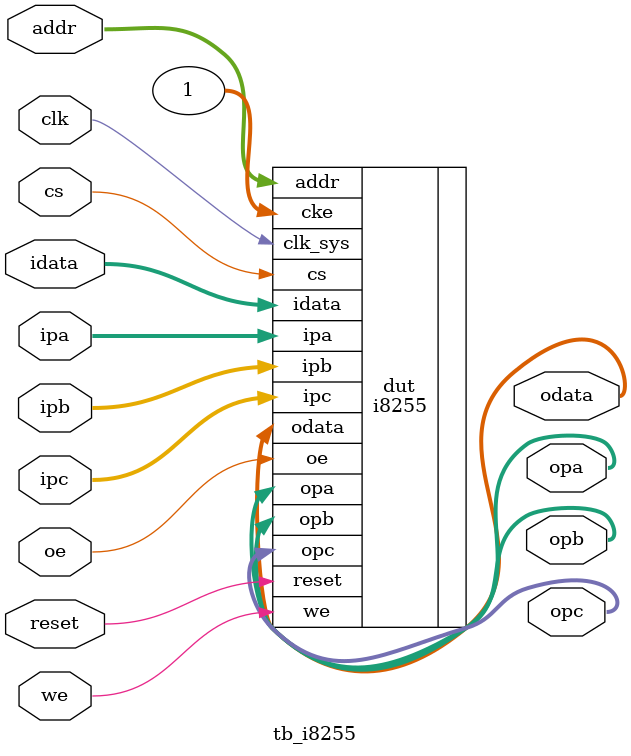
<source format=sv>
module tb_i8255(
	input           reset,
	input           clk,

	input     [1:0] addr,
	input     [7:0] idata,
	output reg[7:0] odata,
	input           cs,
	input           we,
	input           oe,

	input     [7:0] ipa, 
	output    [7:0] opa,
	input     [7:0] ipb, 
	output    [7:0] opb,
	input     [7:0] ipc, 
	output    [7:0] opc
);


// DUT instantiation - ПРАВИЛЬНОЕ подключение!
i8255 dut (
    .reset(reset),      // input от тестбенча
    .cke(1),
    .clk_sys(clk),  // input от тестбенча
    .addr(addr),        // input от тестбенча
    .idata(idata),      // input от тестбенча
    .odata(odata),      // OUTPUT к тестбенчу - ПРАВИЛЬНО!
    .cs(cs),            // input от тестбенча
    .we(we),            // input от тестбенча
    .oe(oe),            // input от тестбенча
    .ipa(ipa),          // input от тестбенча
    .opa(opa),          // OUTPUT к тестбенчу
    .ipb(ipb),          // input от тестбенча
    .opb(opb),          // OUTPUT к тестбенчу
    .ipc(ipc),          // input от тестбенча
    .opc(opc)           // OUTPUT к тестбенчу
);

endmodule

</source>
